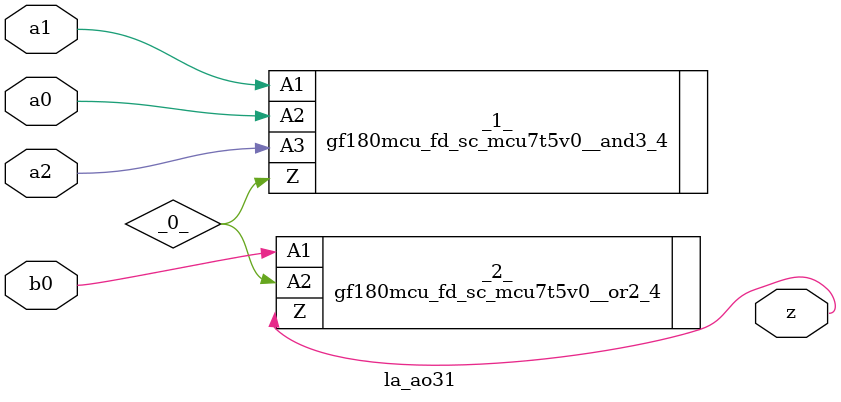
<source format=v>

/* Generated by Yosys 0.44 (git sha1 80ba43d26, g++ 11.4.0-1ubuntu1~22.04 -fPIC -O3) */

(* top =  1  *)
(* src = "generated" *)
(* keep_hierarchy *)
module la_ao31 (
    a0,
    a1,
    a2,
    b0,
    z
);
  wire _0_;
  (* src = "generated" *)
  input a0;
  wire a0;
  (* src = "generated" *)
  input a1;
  wire a1;
  (* src = "generated" *)
  input a2;
  wire a2;
  (* src = "generated" *)
  input b0;
  wire b0;
  (* src = "generated" *)
  output z;
  wire z;
  gf180mcu_fd_sc_mcu7t5v0__and3_4 _1_ (
      .A1(a1),
      .A2(a0),
      .A3(a2),
      .Z (_0_)
  );
  gf180mcu_fd_sc_mcu7t5v0__or2_4 _2_ (
      .A1(b0),
      .A2(_0_),
      .Z (z)
  );
endmodule

</source>
